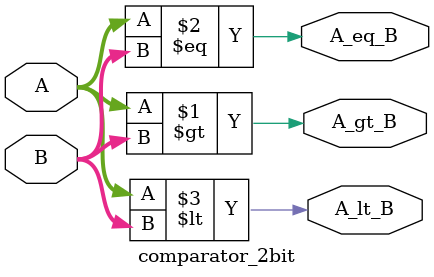
<source format=v>
module comparator_2bit (
    input [1:0] A,
    input [1:0] B,
    output A_gt_B,
    output A_eq_B,
    output A_lt_B
);

assign A_gt_B = (A > B);
assign A_eq_B = (A == B);
assign A_lt_B = (A < B);

endmodule

</source>
